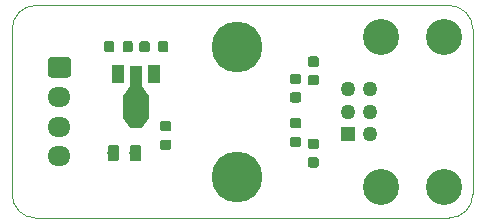
<source format=gts>
G04 #@! TF.GenerationSoftware,KiCad,Pcbnew,(6.0.0-rc1-dev-1-g01c5bdfb8)*
G04 #@! TF.CreationDate,2019-01-02T16:35:56+01:00*
G04 #@! TF.ProjectId,nunchuk_breakout,6E756E6368756B5F627265616B6F7574,rev?*
G04 #@! TF.SameCoordinates,Original*
G04 #@! TF.FileFunction,Soldermask,Top*
G04 #@! TF.FilePolarity,Negative*
%FSLAX46Y46*%
G04 Gerber Fmt 4.6, Leading zero omitted, Abs format (unit mm)*
G04 Created by KiCad (PCBNEW (6.0.0-rc1-dev-1-g01c5bdfb8)) date Wed Jan  2 16:35:56 2019*
%MOMM*%
%LPD*%
G01*
G04 APERTURE LIST*
%ADD10C,0.100000*%
%ADD11C,0.875000*%
%ADD12C,1.700000*%
%ADD13O,1.950000X1.700000*%
%ADD14C,0.975000*%
%ADD15C,0.850000*%
%ADD16R,1.000000X1.500000*%
%ADD17R,1.000000X1.800000*%
%ADD18R,2.200000X1.840000*%
%ADD19C,1.000000*%
%ADD20C,4.300000*%
%ADD21R,1.270000X1.270000*%
%ADD22C,1.270000*%
%ADD23C,3.048000*%
G04 APERTURE END LIST*
D10*
X133000000Y-91000000D02*
G75*
G02X135000000Y-93000000I0J-2000000D01*
G01*
X135000000Y-107000000D02*
G75*
G02X133000000Y-109000000I-2000000J0D01*
G01*
X98000000Y-109000000D02*
G75*
G02X96000000Y-107000000I0J2000000D01*
G01*
X96000000Y-93000000D02*
G75*
G02X98000000Y-91000000I2000000J0D01*
G01*
X135000000Y-107000000D02*
X135000000Y-93000000D01*
X98000000Y-109000000D02*
X133000000Y-109000000D01*
X96000000Y-93000000D02*
X96000000Y-107000000D01*
X133000000Y-91000000D02*
X98000000Y-91000000D01*
G04 #@! TO.C,C2*
G36*
X121777691Y-102276054D02*
X121798926Y-102279204D01*
X121819750Y-102284420D01*
X121839962Y-102291652D01*
X121859368Y-102300831D01*
X121877781Y-102311867D01*
X121895024Y-102324655D01*
X121910930Y-102339071D01*
X121925346Y-102354977D01*
X121938134Y-102372220D01*
X121949170Y-102390633D01*
X121958349Y-102410039D01*
X121965581Y-102430251D01*
X121970797Y-102451075D01*
X121973947Y-102472310D01*
X121975000Y-102493751D01*
X121975000Y-102931251D01*
X121973947Y-102952692D01*
X121970797Y-102973927D01*
X121965581Y-102994751D01*
X121958349Y-103014963D01*
X121949170Y-103034369D01*
X121938134Y-103052782D01*
X121925346Y-103070025D01*
X121910930Y-103085931D01*
X121895024Y-103100347D01*
X121877781Y-103113135D01*
X121859368Y-103124171D01*
X121839962Y-103133350D01*
X121819750Y-103140582D01*
X121798926Y-103145798D01*
X121777691Y-103148948D01*
X121756250Y-103150001D01*
X121243750Y-103150001D01*
X121222309Y-103148948D01*
X121201074Y-103145798D01*
X121180250Y-103140582D01*
X121160038Y-103133350D01*
X121140632Y-103124171D01*
X121122219Y-103113135D01*
X121104976Y-103100347D01*
X121089070Y-103085931D01*
X121074654Y-103070025D01*
X121061866Y-103052782D01*
X121050830Y-103034369D01*
X121041651Y-103014963D01*
X121034419Y-102994751D01*
X121029203Y-102973927D01*
X121026053Y-102952692D01*
X121025000Y-102931251D01*
X121025000Y-102493751D01*
X121026053Y-102472310D01*
X121029203Y-102451075D01*
X121034419Y-102430251D01*
X121041651Y-102410039D01*
X121050830Y-102390633D01*
X121061866Y-102372220D01*
X121074654Y-102354977D01*
X121089070Y-102339071D01*
X121104976Y-102324655D01*
X121122219Y-102311867D01*
X121140632Y-102300831D01*
X121160038Y-102291652D01*
X121180250Y-102284420D01*
X121201074Y-102279204D01*
X121222309Y-102276054D01*
X121243750Y-102275001D01*
X121756250Y-102275001D01*
X121777691Y-102276054D01*
X121777691Y-102276054D01*
G37*
D11*
X121500000Y-102712501D03*
D10*
G36*
X121777691Y-103851054D02*
X121798926Y-103854204D01*
X121819750Y-103859420D01*
X121839962Y-103866652D01*
X121859368Y-103875831D01*
X121877781Y-103886867D01*
X121895024Y-103899655D01*
X121910930Y-103914071D01*
X121925346Y-103929977D01*
X121938134Y-103947220D01*
X121949170Y-103965633D01*
X121958349Y-103985039D01*
X121965581Y-104005251D01*
X121970797Y-104026075D01*
X121973947Y-104047310D01*
X121975000Y-104068751D01*
X121975000Y-104506251D01*
X121973947Y-104527692D01*
X121970797Y-104548927D01*
X121965581Y-104569751D01*
X121958349Y-104589963D01*
X121949170Y-104609369D01*
X121938134Y-104627782D01*
X121925346Y-104645025D01*
X121910930Y-104660931D01*
X121895024Y-104675347D01*
X121877781Y-104688135D01*
X121859368Y-104699171D01*
X121839962Y-104708350D01*
X121819750Y-104715582D01*
X121798926Y-104720798D01*
X121777691Y-104723948D01*
X121756250Y-104725001D01*
X121243750Y-104725001D01*
X121222309Y-104723948D01*
X121201074Y-104720798D01*
X121180250Y-104715582D01*
X121160038Y-104708350D01*
X121140632Y-104699171D01*
X121122219Y-104688135D01*
X121104976Y-104675347D01*
X121089070Y-104660931D01*
X121074654Y-104645025D01*
X121061866Y-104627782D01*
X121050830Y-104609369D01*
X121041651Y-104589963D01*
X121034419Y-104569751D01*
X121029203Y-104548927D01*
X121026053Y-104527692D01*
X121025000Y-104506251D01*
X121025000Y-104068751D01*
X121026053Y-104047310D01*
X121029203Y-104026075D01*
X121034419Y-104005251D01*
X121041651Y-103985039D01*
X121050830Y-103965633D01*
X121061866Y-103947220D01*
X121074654Y-103929977D01*
X121089070Y-103914071D01*
X121104976Y-103899655D01*
X121122219Y-103886867D01*
X121140632Y-103875831D01*
X121160038Y-103866652D01*
X121180250Y-103859420D01*
X121201074Y-103854204D01*
X121222309Y-103851054D01*
X121243750Y-103850001D01*
X121756250Y-103850001D01*
X121777691Y-103851054D01*
X121777691Y-103851054D01*
G37*
D11*
X121500000Y-104287501D03*
G04 #@! TD*
D10*
G04 #@! TO.C,C1*
G36*
X121777691Y-96888554D02*
X121798926Y-96891704D01*
X121819750Y-96896920D01*
X121839962Y-96904152D01*
X121859368Y-96913331D01*
X121877781Y-96924367D01*
X121895024Y-96937155D01*
X121910930Y-96951571D01*
X121925346Y-96967477D01*
X121938134Y-96984720D01*
X121949170Y-97003133D01*
X121958349Y-97022539D01*
X121965581Y-97042751D01*
X121970797Y-97063575D01*
X121973947Y-97084810D01*
X121975000Y-97106251D01*
X121975000Y-97543751D01*
X121973947Y-97565192D01*
X121970797Y-97586427D01*
X121965581Y-97607251D01*
X121958349Y-97627463D01*
X121949170Y-97646869D01*
X121938134Y-97665282D01*
X121925346Y-97682525D01*
X121910930Y-97698431D01*
X121895024Y-97712847D01*
X121877781Y-97725635D01*
X121859368Y-97736671D01*
X121839962Y-97745850D01*
X121819750Y-97753082D01*
X121798926Y-97758298D01*
X121777691Y-97761448D01*
X121756250Y-97762501D01*
X121243750Y-97762501D01*
X121222309Y-97761448D01*
X121201074Y-97758298D01*
X121180250Y-97753082D01*
X121160038Y-97745850D01*
X121140632Y-97736671D01*
X121122219Y-97725635D01*
X121104976Y-97712847D01*
X121089070Y-97698431D01*
X121074654Y-97682525D01*
X121061866Y-97665282D01*
X121050830Y-97646869D01*
X121041651Y-97627463D01*
X121034419Y-97607251D01*
X121029203Y-97586427D01*
X121026053Y-97565192D01*
X121025000Y-97543751D01*
X121025000Y-97106251D01*
X121026053Y-97084810D01*
X121029203Y-97063575D01*
X121034419Y-97042751D01*
X121041651Y-97022539D01*
X121050830Y-97003133D01*
X121061866Y-96984720D01*
X121074654Y-96967477D01*
X121089070Y-96951571D01*
X121104976Y-96937155D01*
X121122219Y-96924367D01*
X121140632Y-96913331D01*
X121160038Y-96904152D01*
X121180250Y-96896920D01*
X121201074Y-96891704D01*
X121222309Y-96888554D01*
X121243750Y-96887501D01*
X121756250Y-96887501D01*
X121777691Y-96888554D01*
X121777691Y-96888554D01*
G37*
D11*
X121500000Y-97325001D03*
D10*
G36*
X121777691Y-95313554D02*
X121798926Y-95316704D01*
X121819750Y-95321920D01*
X121839962Y-95329152D01*
X121859368Y-95338331D01*
X121877781Y-95349367D01*
X121895024Y-95362155D01*
X121910930Y-95376571D01*
X121925346Y-95392477D01*
X121938134Y-95409720D01*
X121949170Y-95428133D01*
X121958349Y-95447539D01*
X121965581Y-95467751D01*
X121970797Y-95488575D01*
X121973947Y-95509810D01*
X121975000Y-95531251D01*
X121975000Y-95968751D01*
X121973947Y-95990192D01*
X121970797Y-96011427D01*
X121965581Y-96032251D01*
X121958349Y-96052463D01*
X121949170Y-96071869D01*
X121938134Y-96090282D01*
X121925346Y-96107525D01*
X121910930Y-96123431D01*
X121895024Y-96137847D01*
X121877781Y-96150635D01*
X121859368Y-96161671D01*
X121839962Y-96170850D01*
X121819750Y-96178082D01*
X121798926Y-96183298D01*
X121777691Y-96186448D01*
X121756250Y-96187501D01*
X121243750Y-96187501D01*
X121222309Y-96186448D01*
X121201074Y-96183298D01*
X121180250Y-96178082D01*
X121160038Y-96170850D01*
X121140632Y-96161671D01*
X121122219Y-96150635D01*
X121104976Y-96137847D01*
X121089070Y-96123431D01*
X121074654Y-96107525D01*
X121061866Y-96090282D01*
X121050830Y-96071869D01*
X121041651Y-96052463D01*
X121034419Y-96032251D01*
X121029203Y-96011427D01*
X121026053Y-95990192D01*
X121025000Y-95968751D01*
X121025000Y-95531251D01*
X121026053Y-95509810D01*
X121029203Y-95488575D01*
X121034419Y-95467751D01*
X121041651Y-95447539D01*
X121050830Y-95428133D01*
X121061866Y-95409720D01*
X121074654Y-95392477D01*
X121089070Y-95376571D01*
X121104976Y-95362155D01*
X121122219Y-95349367D01*
X121140632Y-95338331D01*
X121160038Y-95329152D01*
X121180250Y-95321920D01*
X121201074Y-95316704D01*
X121222309Y-95313554D01*
X121243750Y-95312501D01*
X121756250Y-95312501D01*
X121777691Y-95313554D01*
X121777691Y-95313554D01*
G37*
D11*
X121500000Y-95750001D03*
G04 #@! TD*
D10*
G04 #@! TO.C,J1*
G36*
X100749504Y-95401204D02*
X100773773Y-95404804D01*
X100797571Y-95410765D01*
X100820671Y-95419030D01*
X100842849Y-95429520D01*
X100863893Y-95442133D01*
X100883598Y-95456747D01*
X100901777Y-95473223D01*
X100918253Y-95491402D01*
X100932867Y-95511107D01*
X100945480Y-95532151D01*
X100955970Y-95554329D01*
X100964235Y-95577429D01*
X100970196Y-95601227D01*
X100973796Y-95625496D01*
X100975000Y-95650000D01*
X100975000Y-96850000D01*
X100973796Y-96874504D01*
X100970196Y-96898773D01*
X100964235Y-96922571D01*
X100955970Y-96945671D01*
X100945480Y-96967849D01*
X100932867Y-96988893D01*
X100918253Y-97008598D01*
X100901777Y-97026777D01*
X100883598Y-97043253D01*
X100863893Y-97057867D01*
X100842849Y-97070480D01*
X100820671Y-97080970D01*
X100797571Y-97089235D01*
X100773773Y-97095196D01*
X100749504Y-97098796D01*
X100725000Y-97100000D01*
X99275000Y-97100000D01*
X99250496Y-97098796D01*
X99226227Y-97095196D01*
X99202429Y-97089235D01*
X99179329Y-97080970D01*
X99157151Y-97070480D01*
X99136107Y-97057867D01*
X99116402Y-97043253D01*
X99098223Y-97026777D01*
X99081747Y-97008598D01*
X99067133Y-96988893D01*
X99054520Y-96967849D01*
X99044030Y-96945671D01*
X99035765Y-96922571D01*
X99029804Y-96898773D01*
X99026204Y-96874504D01*
X99025000Y-96850000D01*
X99025000Y-95650000D01*
X99026204Y-95625496D01*
X99029804Y-95601227D01*
X99035765Y-95577429D01*
X99044030Y-95554329D01*
X99054520Y-95532151D01*
X99067133Y-95511107D01*
X99081747Y-95491402D01*
X99098223Y-95473223D01*
X99116402Y-95456747D01*
X99136107Y-95442133D01*
X99157151Y-95429520D01*
X99179329Y-95419030D01*
X99202429Y-95410765D01*
X99226227Y-95404804D01*
X99250496Y-95401204D01*
X99275000Y-95400000D01*
X100725000Y-95400000D01*
X100749504Y-95401204D01*
X100749504Y-95401204D01*
G37*
D12*
X100000000Y-96250000D03*
D13*
X100000000Y-98750000D03*
X100000000Y-101250000D03*
X100000000Y-103750000D03*
G04 #@! TD*
D10*
G04 #@! TO.C,D1*
G36*
X104830142Y-102801174D02*
X104853803Y-102804684D01*
X104877007Y-102810496D01*
X104899529Y-102818554D01*
X104921153Y-102828782D01*
X104941670Y-102841079D01*
X104960883Y-102855329D01*
X104978607Y-102871393D01*
X104994671Y-102889117D01*
X105008921Y-102908330D01*
X105021218Y-102928847D01*
X105031446Y-102950471D01*
X105039504Y-102972993D01*
X105045316Y-102996197D01*
X105048826Y-103019858D01*
X105050000Y-103043750D01*
X105050000Y-103956250D01*
X105048826Y-103980142D01*
X105045316Y-104003803D01*
X105039504Y-104027007D01*
X105031446Y-104049529D01*
X105021218Y-104071153D01*
X105008921Y-104091670D01*
X104994671Y-104110883D01*
X104978607Y-104128607D01*
X104960883Y-104144671D01*
X104941670Y-104158921D01*
X104921153Y-104171218D01*
X104899529Y-104181446D01*
X104877007Y-104189504D01*
X104853803Y-104195316D01*
X104830142Y-104198826D01*
X104806250Y-104200000D01*
X104318750Y-104200000D01*
X104294858Y-104198826D01*
X104271197Y-104195316D01*
X104247993Y-104189504D01*
X104225471Y-104181446D01*
X104203847Y-104171218D01*
X104183330Y-104158921D01*
X104164117Y-104144671D01*
X104146393Y-104128607D01*
X104130329Y-104110883D01*
X104116079Y-104091670D01*
X104103782Y-104071153D01*
X104093554Y-104049529D01*
X104085496Y-104027007D01*
X104079684Y-104003803D01*
X104076174Y-103980142D01*
X104075000Y-103956250D01*
X104075000Y-103043750D01*
X104076174Y-103019858D01*
X104079684Y-102996197D01*
X104085496Y-102972993D01*
X104093554Y-102950471D01*
X104103782Y-102928847D01*
X104116079Y-102908330D01*
X104130329Y-102889117D01*
X104146393Y-102871393D01*
X104164117Y-102855329D01*
X104183330Y-102841079D01*
X104203847Y-102828782D01*
X104225471Y-102818554D01*
X104247993Y-102810496D01*
X104271197Y-102804684D01*
X104294858Y-102801174D01*
X104318750Y-102800000D01*
X104806250Y-102800000D01*
X104830142Y-102801174D01*
X104830142Y-102801174D01*
G37*
D14*
X104562500Y-103500000D03*
D10*
G36*
X106705142Y-102801174D02*
X106728803Y-102804684D01*
X106752007Y-102810496D01*
X106774529Y-102818554D01*
X106796153Y-102828782D01*
X106816670Y-102841079D01*
X106835883Y-102855329D01*
X106853607Y-102871393D01*
X106869671Y-102889117D01*
X106883921Y-102908330D01*
X106896218Y-102928847D01*
X106906446Y-102950471D01*
X106914504Y-102972993D01*
X106920316Y-102996197D01*
X106923826Y-103019858D01*
X106925000Y-103043750D01*
X106925000Y-103956250D01*
X106923826Y-103980142D01*
X106920316Y-104003803D01*
X106914504Y-104027007D01*
X106906446Y-104049529D01*
X106896218Y-104071153D01*
X106883921Y-104091670D01*
X106869671Y-104110883D01*
X106853607Y-104128607D01*
X106835883Y-104144671D01*
X106816670Y-104158921D01*
X106796153Y-104171218D01*
X106774529Y-104181446D01*
X106752007Y-104189504D01*
X106728803Y-104195316D01*
X106705142Y-104198826D01*
X106681250Y-104200000D01*
X106193750Y-104200000D01*
X106169858Y-104198826D01*
X106146197Y-104195316D01*
X106122993Y-104189504D01*
X106100471Y-104181446D01*
X106078847Y-104171218D01*
X106058330Y-104158921D01*
X106039117Y-104144671D01*
X106021393Y-104128607D01*
X106005329Y-104110883D01*
X105991079Y-104091670D01*
X105978782Y-104071153D01*
X105968554Y-104049529D01*
X105960496Y-104027007D01*
X105954684Y-104003803D01*
X105951174Y-103980142D01*
X105950000Y-103956250D01*
X105950000Y-103043750D01*
X105951174Y-103019858D01*
X105954684Y-102996197D01*
X105960496Y-102972993D01*
X105968554Y-102950471D01*
X105978782Y-102928847D01*
X105991079Y-102908330D01*
X106005329Y-102889117D01*
X106021393Y-102871393D01*
X106039117Y-102855329D01*
X106058330Y-102841079D01*
X106078847Y-102828782D01*
X106100471Y-102818554D01*
X106122993Y-102810496D01*
X106146197Y-102804684D01*
X106169858Y-102801174D01*
X106193750Y-102800000D01*
X106681250Y-102800000D01*
X106705142Y-102801174D01*
X106705142Y-102801174D01*
G37*
D14*
X106437500Y-103500000D03*
G04 #@! TD*
D10*
G04 #@! TO.C,R2*
G36*
X120277691Y-96776053D02*
X120298926Y-96779203D01*
X120319750Y-96784419D01*
X120339962Y-96791651D01*
X120359368Y-96800830D01*
X120377781Y-96811866D01*
X120395024Y-96824654D01*
X120410930Y-96839070D01*
X120425346Y-96854976D01*
X120438134Y-96872219D01*
X120449170Y-96890632D01*
X120458349Y-96910038D01*
X120465581Y-96930250D01*
X120470797Y-96951074D01*
X120473947Y-96972309D01*
X120475000Y-96993750D01*
X120475000Y-97431250D01*
X120473947Y-97452691D01*
X120470797Y-97473926D01*
X120465581Y-97494750D01*
X120458349Y-97514962D01*
X120449170Y-97534368D01*
X120438134Y-97552781D01*
X120425346Y-97570024D01*
X120410930Y-97585930D01*
X120395024Y-97600346D01*
X120377781Y-97613134D01*
X120359368Y-97624170D01*
X120339962Y-97633349D01*
X120319750Y-97640581D01*
X120298926Y-97645797D01*
X120277691Y-97648947D01*
X120256250Y-97650000D01*
X119743750Y-97650000D01*
X119722309Y-97648947D01*
X119701074Y-97645797D01*
X119680250Y-97640581D01*
X119660038Y-97633349D01*
X119640632Y-97624170D01*
X119622219Y-97613134D01*
X119604976Y-97600346D01*
X119589070Y-97585930D01*
X119574654Y-97570024D01*
X119561866Y-97552781D01*
X119550830Y-97534368D01*
X119541651Y-97514962D01*
X119534419Y-97494750D01*
X119529203Y-97473926D01*
X119526053Y-97452691D01*
X119525000Y-97431250D01*
X119525000Y-96993750D01*
X119526053Y-96972309D01*
X119529203Y-96951074D01*
X119534419Y-96930250D01*
X119541651Y-96910038D01*
X119550830Y-96890632D01*
X119561866Y-96872219D01*
X119574654Y-96854976D01*
X119589070Y-96839070D01*
X119604976Y-96824654D01*
X119622219Y-96811866D01*
X119640632Y-96800830D01*
X119660038Y-96791651D01*
X119680250Y-96784419D01*
X119701074Y-96779203D01*
X119722309Y-96776053D01*
X119743750Y-96775000D01*
X120256250Y-96775000D01*
X120277691Y-96776053D01*
X120277691Y-96776053D01*
G37*
D11*
X120000000Y-97212500D03*
D10*
G36*
X120277691Y-98351053D02*
X120298926Y-98354203D01*
X120319750Y-98359419D01*
X120339962Y-98366651D01*
X120359368Y-98375830D01*
X120377781Y-98386866D01*
X120395024Y-98399654D01*
X120410930Y-98414070D01*
X120425346Y-98429976D01*
X120438134Y-98447219D01*
X120449170Y-98465632D01*
X120458349Y-98485038D01*
X120465581Y-98505250D01*
X120470797Y-98526074D01*
X120473947Y-98547309D01*
X120475000Y-98568750D01*
X120475000Y-99006250D01*
X120473947Y-99027691D01*
X120470797Y-99048926D01*
X120465581Y-99069750D01*
X120458349Y-99089962D01*
X120449170Y-99109368D01*
X120438134Y-99127781D01*
X120425346Y-99145024D01*
X120410930Y-99160930D01*
X120395024Y-99175346D01*
X120377781Y-99188134D01*
X120359368Y-99199170D01*
X120339962Y-99208349D01*
X120319750Y-99215581D01*
X120298926Y-99220797D01*
X120277691Y-99223947D01*
X120256250Y-99225000D01*
X119743750Y-99225000D01*
X119722309Y-99223947D01*
X119701074Y-99220797D01*
X119680250Y-99215581D01*
X119660038Y-99208349D01*
X119640632Y-99199170D01*
X119622219Y-99188134D01*
X119604976Y-99175346D01*
X119589070Y-99160930D01*
X119574654Y-99145024D01*
X119561866Y-99127781D01*
X119550830Y-99109368D01*
X119541651Y-99089962D01*
X119534419Y-99069750D01*
X119529203Y-99048926D01*
X119526053Y-99027691D01*
X119525000Y-99006250D01*
X119525000Y-98568750D01*
X119526053Y-98547309D01*
X119529203Y-98526074D01*
X119534419Y-98505250D01*
X119541651Y-98485038D01*
X119550830Y-98465632D01*
X119561866Y-98447219D01*
X119574654Y-98429976D01*
X119589070Y-98414070D01*
X119604976Y-98399654D01*
X119622219Y-98386866D01*
X119640632Y-98375830D01*
X119660038Y-98366651D01*
X119680250Y-98359419D01*
X119701074Y-98354203D01*
X119722309Y-98351053D01*
X119743750Y-98350000D01*
X120256250Y-98350000D01*
X120277691Y-98351053D01*
X120277691Y-98351053D01*
G37*
D11*
X120000000Y-98787500D03*
G04 #@! TD*
D10*
G04 #@! TO.C,R1*
G36*
X109277691Y-102351053D02*
X109298926Y-102354203D01*
X109319750Y-102359419D01*
X109339962Y-102366651D01*
X109359368Y-102375830D01*
X109377781Y-102386866D01*
X109395024Y-102399654D01*
X109410930Y-102414070D01*
X109425346Y-102429976D01*
X109438134Y-102447219D01*
X109449170Y-102465632D01*
X109458349Y-102485038D01*
X109465581Y-102505250D01*
X109470797Y-102526074D01*
X109473947Y-102547309D01*
X109475000Y-102568750D01*
X109475000Y-103006250D01*
X109473947Y-103027691D01*
X109470797Y-103048926D01*
X109465581Y-103069750D01*
X109458349Y-103089962D01*
X109449170Y-103109368D01*
X109438134Y-103127781D01*
X109425346Y-103145024D01*
X109410930Y-103160930D01*
X109395024Y-103175346D01*
X109377781Y-103188134D01*
X109359368Y-103199170D01*
X109339962Y-103208349D01*
X109319750Y-103215581D01*
X109298926Y-103220797D01*
X109277691Y-103223947D01*
X109256250Y-103225000D01*
X108743750Y-103225000D01*
X108722309Y-103223947D01*
X108701074Y-103220797D01*
X108680250Y-103215581D01*
X108660038Y-103208349D01*
X108640632Y-103199170D01*
X108622219Y-103188134D01*
X108604976Y-103175346D01*
X108589070Y-103160930D01*
X108574654Y-103145024D01*
X108561866Y-103127781D01*
X108550830Y-103109368D01*
X108541651Y-103089962D01*
X108534419Y-103069750D01*
X108529203Y-103048926D01*
X108526053Y-103027691D01*
X108525000Y-103006250D01*
X108525000Y-102568750D01*
X108526053Y-102547309D01*
X108529203Y-102526074D01*
X108534419Y-102505250D01*
X108541651Y-102485038D01*
X108550830Y-102465632D01*
X108561866Y-102447219D01*
X108574654Y-102429976D01*
X108589070Y-102414070D01*
X108604976Y-102399654D01*
X108622219Y-102386866D01*
X108640632Y-102375830D01*
X108660038Y-102366651D01*
X108680250Y-102359419D01*
X108701074Y-102354203D01*
X108722309Y-102351053D01*
X108743750Y-102350000D01*
X109256250Y-102350000D01*
X109277691Y-102351053D01*
X109277691Y-102351053D01*
G37*
D11*
X109000000Y-102787500D03*
D10*
G36*
X109277691Y-100776053D02*
X109298926Y-100779203D01*
X109319750Y-100784419D01*
X109339962Y-100791651D01*
X109359368Y-100800830D01*
X109377781Y-100811866D01*
X109395024Y-100824654D01*
X109410930Y-100839070D01*
X109425346Y-100854976D01*
X109438134Y-100872219D01*
X109449170Y-100890632D01*
X109458349Y-100910038D01*
X109465581Y-100930250D01*
X109470797Y-100951074D01*
X109473947Y-100972309D01*
X109475000Y-100993750D01*
X109475000Y-101431250D01*
X109473947Y-101452691D01*
X109470797Y-101473926D01*
X109465581Y-101494750D01*
X109458349Y-101514962D01*
X109449170Y-101534368D01*
X109438134Y-101552781D01*
X109425346Y-101570024D01*
X109410930Y-101585930D01*
X109395024Y-101600346D01*
X109377781Y-101613134D01*
X109359368Y-101624170D01*
X109339962Y-101633349D01*
X109319750Y-101640581D01*
X109298926Y-101645797D01*
X109277691Y-101648947D01*
X109256250Y-101650000D01*
X108743750Y-101650000D01*
X108722309Y-101648947D01*
X108701074Y-101645797D01*
X108680250Y-101640581D01*
X108660038Y-101633349D01*
X108640632Y-101624170D01*
X108622219Y-101613134D01*
X108604976Y-101600346D01*
X108589070Y-101585930D01*
X108574654Y-101570024D01*
X108561866Y-101552781D01*
X108550830Y-101534368D01*
X108541651Y-101514962D01*
X108534419Y-101494750D01*
X108529203Y-101473926D01*
X108526053Y-101452691D01*
X108525000Y-101431250D01*
X108525000Y-100993750D01*
X108526053Y-100972309D01*
X108529203Y-100951074D01*
X108534419Y-100930250D01*
X108541651Y-100910038D01*
X108550830Y-100890632D01*
X108561866Y-100872219D01*
X108574654Y-100854976D01*
X108589070Y-100839070D01*
X108604976Y-100824654D01*
X108622219Y-100811866D01*
X108640632Y-100800830D01*
X108660038Y-100791651D01*
X108680250Y-100784419D01*
X108701074Y-100779203D01*
X108722309Y-100776053D01*
X108743750Y-100775000D01*
X109256250Y-100775000D01*
X109277691Y-100776053D01*
X109277691Y-100776053D01*
G37*
D11*
X109000000Y-101212500D03*
G04 #@! TD*
D15*
G04 #@! TO.C,U1*
X106500000Y-100943200D03*
D10*
G36*
X107600000Y-100518200D02*
X107000000Y-101368200D01*
X106000000Y-101368200D01*
X105400000Y-100518200D01*
X107600000Y-100518200D01*
X107600000Y-100518200D01*
G37*
D16*
X108000000Y-96796200D03*
D17*
X106500000Y-96942700D03*
D16*
X105000000Y-96796200D03*
D18*
X106500000Y-99609700D03*
D19*
X106500000Y-98200000D03*
D10*
G36*
X105400000Y-98700000D02*
X106100000Y-97700000D01*
X106900000Y-97700000D01*
X107600000Y-98700000D01*
X105400000Y-98700000D01*
X105400000Y-98700000D01*
G37*
G04 #@! TD*
D20*
G04 #@! TO.C,H2*
X115000000Y-105500000D03*
G04 #@! TD*
G04 #@! TO.C,H1*
X115000000Y-94500000D03*
G04 #@! TD*
D10*
G04 #@! TO.C,C4*
G36*
X107452691Y-94026053D02*
X107473926Y-94029203D01*
X107494750Y-94034419D01*
X107514962Y-94041651D01*
X107534368Y-94050830D01*
X107552781Y-94061866D01*
X107570024Y-94074654D01*
X107585930Y-94089070D01*
X107600346Y-94104976D01*
X107613134Y-94122219D01*
X107624170Y-94140632D01*
X107633349Y-94160038D01*
X107640581Y-94180250D01*
X107645797Y-94201074D01*
X107648947Y-94222309D01*
X107650000Y-94243750D01*
X107650000Y-94756250D01*
X107648947Y-94777691D01*
X107645797Y-94798926D01*
X107640581Y-94819750D01*
X107633349Y-94839962D01*
X107624170Y-94859368D01*
X107613134Y-94877781D01*
X107600346Y-94895024D01*
X107585930Y-94910930D01*
X107570024Y-94925346D01*
X107552781Y-94938134D01*
X107534368Y-94949170D01*
X107514962Y-94958349D01*
X107494750Y-94965581D01*
X107473926Y-94970797D01*
X107452691Y-94973947D01*
X107431250Y-94975000D01*
X106993750Y-94975000D01*
X106972309Y-94973947D01*
X106951074Y-94970797D01*
X106930250Y-94965581D01*
X106910038Y-94958349D01*
X106890632Y-94949170D01*
X106872219Y-94938134D01*
X106854976Y-94925346D01*
X106839070Y-94910930D01*
X106824654Y-94895024D01*
X106811866Y-94877781D01*
X106800830Y-94859368D01*
X106791651Y-94839962D01*
X106784419Y-94819750D01*
X106779203Y-94798926D01*
X106776053Y-94777691D01*
X106775000Y-94756250D01*
X106775000Y-94243750D01*
X106776053Y-94222309D01*
X106779203Y-94201074D01*
X106784419Y-94180250D01*
X106791651Y-94160038D01*
X106800830Y-94140632D01*
X106811866Y-94122219D01*
X106824654Y-94104976D01*
X106839070Y-94089070D01*
X106854976Y-94074654D01*
X106872219Y-94061866D01*
X106890632Y-94050830D01*
X106910038Y-94041651D01*
X106930250Y-94034419D01*
X106951074Y-94029203D01*
X106972309Y-94026053D01*
X106993750Y-94025000D01*
X107431250Y-94025000D01*
X107452691Y-94026053D01*
X107452691Y-94026053D01*
G37*
D11*
X107212500Y-94500000D03*
D10*
G36*
X109027691Y-94026053D02*
X109048926Y-94029203D01*
X109069750Y-94034419D01*
X109089962Y-94041651D01*
X109109368Y-94050830D01*
X109127781Y-94061866D01*
X109145024Y-94074654D01*
X109160930Y-94089070D01*
X109175346Y-94104976D01*
X109188134Y-94122219D01*
X109199170Y-94140632D01*
X109208349Y-94160038D01*
X109215581Y-94180250D01*
X109220797Y-94201074D01*
X109223947Y-94222309D01*
X109225000Y-94243750D01*
X109225000Y-94756250D01*
X109223947Y-94777691D01*
X109220797Y-94798926D01*
X109215581Y-94819750D01*
X109208349Y-94839962D01*
X109199170Y-94859368D01*
X109188134Y-94877781D01*
X109175346Y-94895024D01*
X109160930Y-94910930D01*
X109145024Y-94925346D01*
X109127781Y-94938134D01*
X109109368Y-94949170D01*
X109089962Y-94958349D01*
X109069750Y-94965581D01*
X109048926Y-94970797D01*
X109027691Y-94973947D01*
X109006250Y-94975000D01*
X108568750Y-94975000D01*
X108547309Y-94973947D01*
X108526074Y-94970797D01*
X108505250Y-94965581D01*
X108485038Y-94958349D01*
X108465632Y-94949170D01*
X108447219Y-94938134D01*
X108429976Y-94925346D01*
X108414070Y-94910930D01*
X108399654Y-94895024D01*
X108386866Y-94877781D01*
X108375830Y-94859368D01*
X108366651Y-94839962D01*
X108359419Y-94819750D01*
X108354203Y-94798926D01*
X108351053Y-94777691D01*
X108350000Y-94756250D01*
X108350000Y-94243750D01*
X108351053Y-94222309D01*
X108354203Y-94201074D01*
X108359419Y-94180250D01*
X108366651Y-94160038D01*
X108375830Y-94140632D01*
X108386866Y-94122219D01*
X108399654Y-94104976D01*
X108414070Y-94089070D01*
X108429976Y-94074654D01*
X108447219Y-94061866D01*
X108465632Y-94050830D01*
X108485038Y-94041651D01*
X108505250Y-94034419D01*
X108526074Y-94029203D01*
X108547309Y-94026053D01*
X108568750Y-94025000D01*
X109006250Y-94025000D01*
X109027691Y-94026053D01*
X109027691Y-94026053D01*
G37*
D11*
X108787500Y-94500000D03*
G04 #@! TD*
D10*
G04 #@! TO.C,C3*
G36*
X104452691Y-94026053D02*
X104473926Y-94029203D01*
X104494750Y-94034419D01*
X104514962Y-94041651D01*
X104534368Y-94050830D01*
X104552781Y-94061866D01*
X104570024Y-94074654D01*
X104585930Y-94089070D01*
X104600346Y-94104976D01*
X104613134Y-94122219D01*
X104624170Y-94140632D01*
X104633349Y-94160038D01*
X104640581Y-94180250D01*
X104645797Y-94201074D01*
X104648947Y-94222309D01*
X104650000Y-94243750D01*
X104650000Y-94756250D01*
X104648947Y-94777691D01*
X104645797Y-94798926D01*
X104640581Y-94819750D01*
X104633349Y-94839962D01*
X104624170Y-94859368D01*
X104613134Y-94877781D01*
X104600346Y-94895024D01*
X104585930Y-94910930D01*
X104570024Y-94925346D01*
X104552781Y-94938134D01*
X104534368Y-94949170D01*
X104514962Y-94958349D01*
X104494750Y-94965581D01*
X104473926Y-94970797D01*
X104452691Y-94973947D01*
X104431250Y-94975000D01*
X103993750Y-94975000D01*
X103972309Y-94973947D01*
X103951074Y-94970797D01*
X103930250Y-94965581D01*
X103910038Y-94958349D01*
X103890632Y-94949170D01*
X103872219Y-94938134D01*
X103854976Y-94925346D01*
X103839070Y-94910930D01*
X103824654Y-94895024D01*
X103811866Y-94877781D01*
X103800830Y-94859368D01*
X103791651Y-94839962D01*
X103784419Y-94819750D01*
X103779203Y-94798926D01*
X103776053Y-94777691D01*
X103775000Y-94756250D01*
X103775000Y-94243750D01*
X103776053Y-94222309D01*
X103779203Y-94201074D01*
X103784419Y-94180250D01*
X103791651Y-94160038D01*
X103800830Y-94140632D01*
X103811866Y-94122219D01*
X103824654Y-94104976D01*
X103839070Y-94089070D01*
X103854976Y-94074654D01*
X103872219Y-94061866D01*
X103890632Y-94050830D01*
X103910038Y-94041651D01*
X103930250Y-94034419D01*
X103951074Y-94029203D01*
X103972309Y-94026053D01*
X103993750Y-94025000D01*
X104431250Y-94025000D01*
X104452691Y-94026053D01*
X104452691Y-94026053D01*
G37*
D11*
X104212500Y-94500000D03*
D10*
G36*
X106027691Y-94026053D02*
X106048926Y-94029203D01*
X106069750Y-94034419D01*
X106089962Y-94041651D01*
X106109368Y-94050830D01*
X106127781Y-94061866D01*
X106145024Y-94074654D01*
X106160930Y-94089070D01*
X106175346Y-94104976D01*
X106188134Y-94122219D01*
X106199170Y-94140632D01*
X106208349Y-94160038D01*
X106215581Y-94180250D01*
X106220797Y-94201074D01*
X106223947Y-94222309D01*
X106225000Y-94243750D01*
X106225000Y-94756250D01*
X106223947Y-94777691D01*
X106220797Y-94798926D01*
X106215581Y-94819750D01*
X106208349Y-94839962D01*
X106199170Y-94859368D01*
X106188134Y-94877781D01*
X106175346Y-94895024D01*
X106160930Y-94910930D01*
X106145024Y-94925346D01*
X106127781Y-94938134D01*
X106109368Y-94949170D01*
X106089962Y-94958349D01*
X106069750Y-94965581D01*
X106048926Y-94970797D01*
X106027691Y-94973947D01*
X106006250Y-94975000D01*
X105568750Y-94975000D01*
X105547309Y-94973947D01*
X105526074Y-94970797D01*
X105505250Y-94965581D01*
X105485038Y-94958349D01*
X105465632Y-94949170D01*
X105447219Y-94938134D01*
X105429976Y-94925346D01*
X105414070Y-94910930D01*
X105399654Y-94895024D01*
X105386866Y-94877781D01*
X105375830Y-94859368D01*
X105366651Y-94839962D01*
X105359419Y-94819750D01*
X105354203Y-94798926D01*
X105351053Y-94777691D01*
X105350000Y-94756250D01*
X105350000Y-94243750D01*
X105351053Y-94222309D01*
X105354203Y-94201074D01*
X105359419Y-94180250D01*
X105366651Y-94160038D01*
X105375830Y-94140632D01*
X105386866Y-94122219D01*
X105399654Y-94104976D01*
X105414070Y-94089070D01*
X105429976Y-94074654D01*
X105447219Y-94061866D01*
X105465632Y-94050830D01*
X105485038Y-94041651D01*
X105505250Y-94034419D01*
X105526074Y-94029203D01*
X105547309Y-94026053D01*
X105568750Y-94025000D01*
X106006250Y-94025000D01*
X106027691Y-94026053D01*
X106027691Y-94026053D01*
G37*
D11*
X105787500Y-94500000D03*
G04 #@! TD*
D10*
G04 #@! TO.C,R3*
G36*
X120277691Y-100526053D02*
X120298926Y-100529203D01*
X120319750Y-100534419D01*
X120339962Y-100541651D01*
X120359368Y-100550830D01*
X120377781Y-100561866D01*
X120395024Y-100574654D01*
X120410930Y-100589070D01*
X120425346Y-100604976D01*
X120438134Y-100622219D01*
X120449170Y-100640632D01*
X120458349Y-100660038D01*
X120465581Y-100680250D01*
X120470797Y-100701074D01*
X120473947Y-100722309D01*
X120475000Y-100743750D01*
X120475000Y-101181250D01*
X120473947Y-101202691D01*
X120470797Y-101223926D01*
X120465581Y-101244750D01*
X120458349Y-101264962D01*
X120449170Y-101284368D01*
X120438134Y-101302781D01*
X120425346Y-101320024D01*
X120410930Y-101335930D01*
X120395024Y-101350346D01*
X120377781Y-101363134D01*
X120359368Y-101374170D01*
X120339962Y-101383349D01*
X120319750Y-101390581D01*
X120298926Y-101395797D01*
X120277691Y-101398947D01*
X120256250Y-101400000D01*
X119743750Y-101400000D01*
X119722309Y-101398947D01*
X119701074Y-101395797D01*
X119680250Y-101390581D01*
X119660038Y-101383349D01*
X119640632Y-101374170D01*
X119622219Y-101363134D01*
X119604976Y-101350346D01*
X119589070Y-101335930D01*
X119574654Y-101320024D01*
X119561866Y-101302781D01*
X119550830Y-101284368D01*
X119541651Y-101264962D01*
X119534419Y-101244750D01*
X119529203Y-101223926D01*
X119526053Y-101202691D01*
X119525000Y-101181250D01*
X119525000Y-100743750D01*
X119526053Y-100722309D01*
X119529203Y-100701074D01*
X119534419Y-100680250D01*
X119541651Y-100660038D01*
X119550830Y-100640632D01*
X119561866Y-100622219D01*
X119574654Y-100604976D01*
X119589070Y-100589070D01*
X119604976Y-100574654D01*
X119622219Y-100561866D01*
X119640632Y-100550830D01*
X119660038Y-100541651D01*
X119680250Y-100534419D01*
X119701074Y-100529203D01*
X119722309Y-100526053D01*
X119743750Y-100525000D01*
X120256250Y-100525000D01*
X120277691Y-100526053D01*
X120277691Y-100526053D01*
G37*
D11*
X120000000Y-100962500D03*
D10*
G36*
X120277691Y-102101053D02*
X120298926Y-102104203D01*
X120319750Y-102109419D01*
X120339962Y-102116651D01*
X120359368Y-102125830D01*
X120377781Y-102136866D01*
X120395024Y-102149654D01*
X120410930Y-102164070D01*
X120425346Y-102179976D01*
X120438134Y-102197219D01*
X120449170Y-102215632D01*
X120458349Y-102235038D01*
X120465581Y-102255250D01*
X120470797Y-102276074D01*
X120473947Y-102297309D01*
X120475000Y-102318750D01*
X120475000Y-102756250D01*
X120473947Y-102777691D01*
X120470797Y-102798926D01*
X120465581Y-102819750D01*
X120458349Y-102839962D01*
X120449170Y-102859368D01*
X120438134Y-102877781D01*
X120425346Y-102895024D01*
X120410930Y-102910930D01*
X120395024Y-102925346D01*
X120377781Y-102938134D01*
X120359368Y-102949170D01*
X120339962Y-102958349D01*
X120319750Y-102965581D01*
X120298926Y-102970797D01*
X120277691Y-102973947D01*
X120256250Y-102975000D01*
X119743750Y-102975000D01*
X119722309Y-102973947D01*
X119701074Y-102970797D01*
X119680250Y-102965581D01*
X119660038Y-102958349D01*
X119640632Y-102949170D01*
X119622219Y-102938134D01*
X119604976Y-102925346D01*
X119589070Y-102910930D01*
X119574654Y-102895024D01*
X119561866Y-102877781D01*
X119550830Y-102859368D01*
X119541651Y-102839962D01*
X119534419Y-102819750D01*
X119529203Y-102798926D01*
X119526053Y-102777691D01*
X119525000Y-102756250D01*
X119525000Y-102318750D01*
X119526053Y-102297309D01*
X119529203Y-102276074D01*
X119534419Y-102255250D01*
X119541651Y-102235038D01*
X119550830Y-102215632D01*
X119561866Y-102197219D01*
X119574654Y-102179976D01*
X119589070Y-102164070D01*
X119604976Y-102149654D01*
X119622219Y-102136866D01*
X119640632Y-102125830D01*
X119660038Y-102116651D01*
X119680250Y-102109419D01*
X119701074Y-102104203D01*
X119722309Y-102101053D01*
X119743750Y-102100000D01*
X120256250Y-102100000D01*
X120277691Y-102101053D01*
X120277691Y-102101053D01*
G37*
D11*
X120000000Y-102537500D03*
G04 #@! TD*
D21*
G04 #@! TO.C,P1*
X124412000Y-101905000D03*
D22*
X126317000Y-101905000D03*
X124412000Y-100000000D03*
X126317000Y-100000000D03*
X124412000Y-98095000D03*
X126317000Y-98095000D03*
D23*
X127206000Y-106350000D03*
X132540000Y-93650000D03*
X132540000Y-106350000D03*
X127206000Y-93650000D03*
G04 #@! TD*
M02*

</source>
